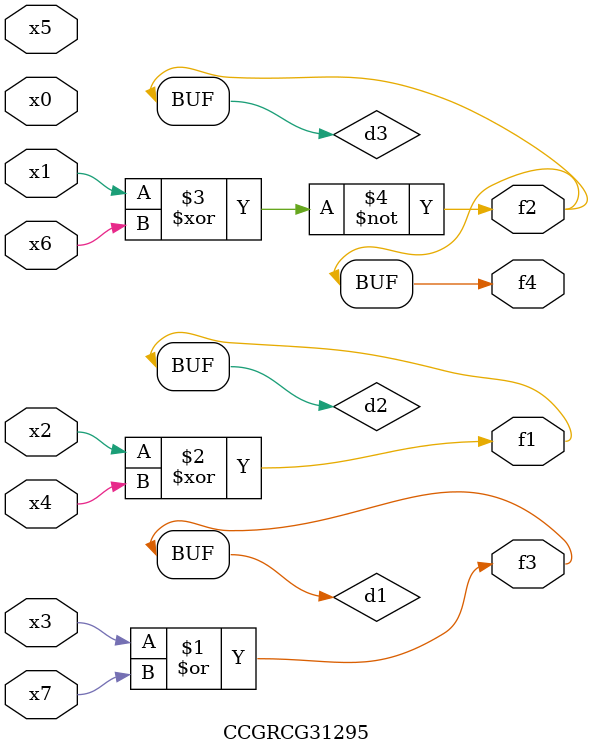
<source format=v>
module CCGRCG31295(
	input x0, x1, x2, x3, x4, x5, x6, x7,
	output f1, f2, f3, f4
);

	wire d1, d2, d3;

	or (d1, x3, x7);
	xor (d2, x2, x4);
	xnor (d3, x1, x6);
	assign f1 = d2;
	assign f2 = d3;
	assign f3 = d1;
	assign f4 = d3;
endmodule

</source>
